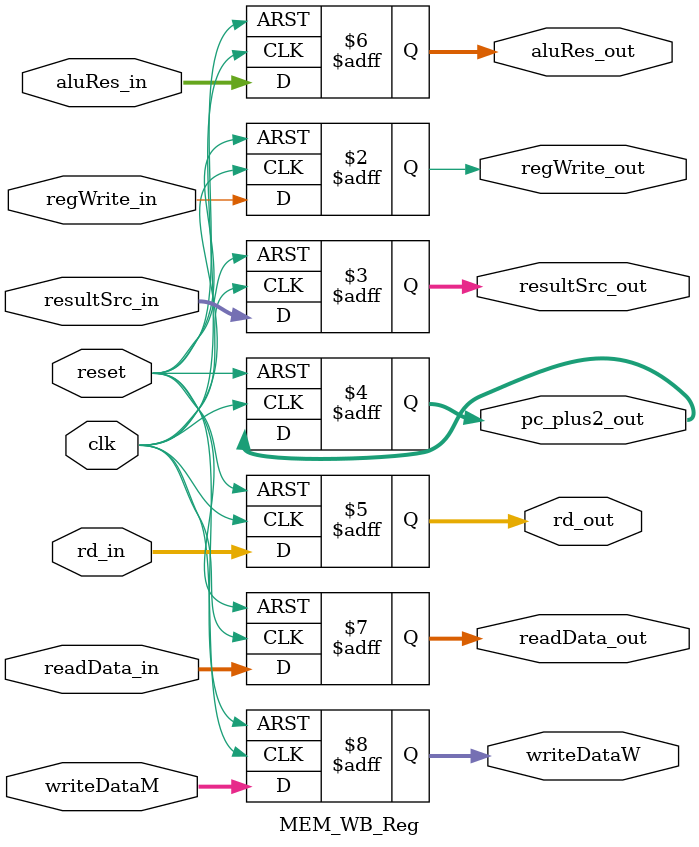
<source format=sv>
module MEM_WB_Reg(
    input logic clk,
    input logic reset,
    
    // Entradas
    input logic regWrite_in,
    input logic [1:0] resultSrc_in,  		// seleccion del mux
    input logic [3:0] rd_in,
    input logic [15:0] aluRes_in,
    input logic [15:0] readData_in,
    input logic [15:0] writeDataM,

    // Salidas
    output logic regWrite_out,
    output logic [1:0] resultSrc_out,
    output logic [15:0] pc_plus2_out,
    output logic [3:0] rd_out,
    output logic [15:0] aluRes_out,
    output logic [15:0] readData_out,
    output logic [15:0] writeDataW
);

	// Registro de pipeline
	always_ff @(posedge clk or posedge reset) begin
		 if (reset) begin
			  // Reset de todos los valores
			  regWrite_out <= 1'b0;
			  resultSrc_out <= 2'b0;
			  pc_plus2_out <= 16'b0;
			  rd_out <= 4'b0;
			  aluRes_out <= 16'b0;
			  readData_out <= 16'b0;
			  writeDataW <= 16'b0;
		 end else begin
			  // Asignación de registros
			  regWrite_out <= regWrite_in;
			  resultSrc_out <= resultSrc_in;
			  rd_out <= rd_in;
			  aluRes_out <= aluRes_in;
			  readData_out <= readData_in;
			  writeDataW <= writeDataM;
		 end
	end

endmodule

</source>
